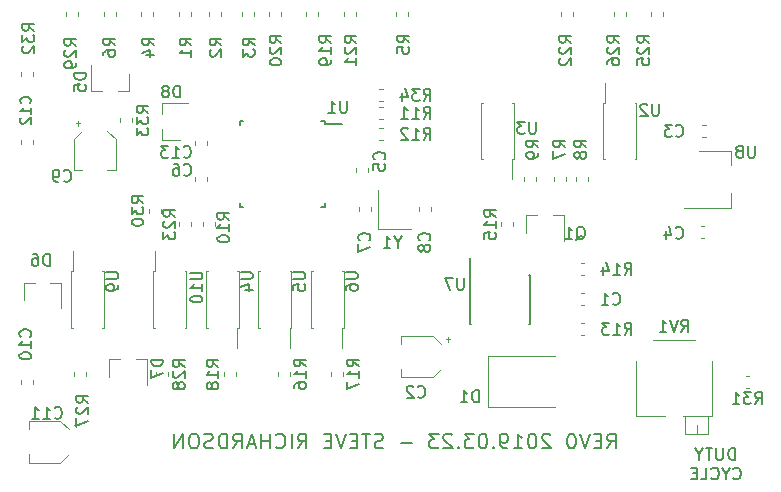
<source format=gbr>
G04 #@! TF.GenerationSoftware,KiCad,Pcbnew,(5.1.0)-1*
G04 #@! TF.CreationDate,2019-03-23T10:05:58-04:00*
G04 #@! TF.ProjectId,doorbot,646f6f72-626f-4742-9e6b-696361645f70,rev?*
G04 #@! TF.SameCoordinates,Original*
G04 #@! TF.FileFunction,Legend,Bot*
G04 #@! TF.FilePolarity,Positive*
%FSLAX46Y46*%
G04 Gerber Fmt 4.6, Leading zero omitted, Abs format (unit mm)*
G04 Created by KiCad (PCBNEW (5.1.0)-1) date 2019-03-23 10:05:58*
%MOMM*%
%LPD*%
G04 APERTURE LIST*
%ADD10C,0.150000*%
%ADD11C,0.120000*%
G04 APERTURE END LIST*
D10*
X156406190Y-107880476D02*
X156822857Y-107285238D01*
X157120476Y-107880476D02*
X157120476Y-106630476D01*
X156644285Y-106630476D01*
X156525238Y-106690000D01*
X156465714Y-106749523D01*
X156406190Y-106868571D01*
X156406190Y-107047142D01*
X156465714Y-107166190D01*
X156525238Y-107225714D01*
X156644285Y-107285238D01*
X157120476Y-107285238D01*
X155870476Y-107225714D02*
X155453809Y-107225714D01*
X155275238Y-107880476D02*
X155870476Y-107880476D01*
X155870476Y-106630476D01*
X155275238Y-106630476D01*
X154918095Y-106630476D02*
X154501428Y-107880476D01*
X154084761Y-106630476D01*
X153430000Y-106630476D02*
X153310952Y-106630476D01*
X153191904Y-106690000D01*
X153132380Y-106749523D01*
X153072857Y-106868571D01*
X153013333Y-107106666D01*
X153013333Y-107404285D01*
X153072857Y-107642380D01*
X153132380Y-107761428D01*
X153191904Y-107820952D01*
X153310952Y-107880476D01*
X153430000Y-107880476D01*
X153549047Y-107820952D01*
X153608571Y-107761428D01*
X153668095Y-107642380D01*
X153727619Y-107404285D01*
X153727619Y-107106666D01*
X153668095Y-106868571D01*
X153608571Y-106749523D01*
X153549047Y-106690000D01*
X153430000Y-106630476D01*
X151584761Y-106749523D02*
X151525238Y-106690000D01*
X151406190Y-106630476D01*
X151108571Y-106630476D01*
X150989523Y-106690000D01*
X150930000Y-106749523D01*
X150870476Y-106868571D01*
X150870476Y-106987619D01*
X150930000Y-107166190D01*
X151644285Y-107880476D01*
X150870476Y-107880476D01*
X150096666Y-106630476D02*
X149977619Y-106630476D01*
X149858571Y-106690000D01*
X149799047Y-106749523D01*
X149739523Y-106868571D01*
X149680000Y-107106666D01*
X149680000Y-107404285D01*
X149739523Y-107642380D01*
X149799047Y-107761428D01*
X149858571Y-107820952D01*
X149977619Y-107880476D01*
X150096666Y-107880476D01*
X150215714Y-107820952D01*
X150275238Y-107761428D01*
X150334761Y-107642380D01*
X150394285Y-107404285D01*
X150394285Y-107106666D01*
X150334761Y-106868571D01*
X150275238Y-106749523D01*
X150215714Y-106690000D01*
X150096666Y-106630476D01*
X148489523Y-107880476D02*
X149203809Y-107880476D01*
X148846666Y-107880476D02*
X148846666Y-106630476D01*
X148965714Y-106809047D01*
X149084761Y-106928095D01*
X149203809Y-106987619D01*
X147894285Y-107880476D02*
X147656190Y-107880476D01*
X147537142Y-107820952D01*
X147477619Y-107761428D01*
X147358571Y-107582857D01*
X147299047Y-107344761D01*
X147299047Y-106868571D01*
X147358571Y-106749523D01*
X147418095Y-106690000D01*
X147537142Y-106630476D01*
X147775238Y-106630476D01*
X147894285Y-106690000D01*
X147953809Y-106749523D01*
X148013333Y-106868571D01*
X148013333Y-107166190D01*
X147953809Y-107285238D01*
X147894285Y-107344761D01*
X147775238Y-107404285D01*
X147537142Y-107404285D01*
X147418095Y-107344761D01*
X147358571Y-107285238D01*
X147299047Y-107166190D01*
X146763333Y-107761428D02*
X146703809Y-107820952D01*
X146763333Y-107880476D01*
X146822857Y-107820952D01*
X146763333Y-107761428D01*
X146763333Y-107880476D01*
X145930000Y-106630476D02*
X145810952Y-106630476D01*
X145691904Y-106690000D01*
X145632380Y-106749523D01*
X145572857Y-106868571D01*
X145513333Y-107106666D01*
X145513333Y-107404285D01*
X145572857Y-107642380D01*
X145632380Y-107761428D01*
X145691904Y-107820952D01*
X145810952Y-107880476D01*
X145930000Y-107880476D01*
X146049047Y-107820952D01*
X146108571Y-107761428D01*
X146168095Y-107642380D01*
X146227619Y-107404285D01*
X146227619Y-107106666D01*
X146168095Y-106868571D01*
X146108571Y-106749523D01*
X146049047Y-106690000D01*
X145930000Y-106630476D01*
X145096666Y-106630476D02*
X144322857Y-106630476D01*
X144739523Y-107106666D01*
X144560952Y-107106666D01*
X144441904Y-107166190D01*
X144382380Y-107225714D01*
X144322857Y-107344761D01*
X144322857Y-107642380D01*
X144382380Y-107761428D01*
X144441904Y-107820952D01*
X144560952Y-107880476D01*
X144918095Y-107880476D01*
X145037142Y-107820952D01*
X145096666Y-107761428D01*
X143787142Y-107761428D02*
X143727619Y-107820952D01*
X143787142Y-107880476D01*
X143846666Y-107820952D01*
X143787142Y-107761428D01*
X143787142Y-107880476D01*
X143251428Y-106749523D02*
X143191904Y-106690000D01*
X143072857Y-106630476D01*
X142775238Y-106630476D01*
X142656190Y-106690000D01*
X142596666Y-106749523D01*
X142537142Y-106868571D01*
X142537142Y-106987619D01*
X142596666Y-107166190D01*
X143310952Y-107880476D01*
X142537142Y-107880476D01*
X142120476Y-106630476D02*
X141346666Y-106630476D01*
X141763333Y-107106666D01*
X141584761Y-107106666D01*
X141465714Y-107166190D01*
X141406190Y-107225714D01*
X141346666Y-107344761D01*
X141346666Y-107642380D01*
X141406190Y-107761428D01*
X141465714Y-107820952D01*
X141584761Y-107880476D01*
X141941904Y-107880476D01*
X142060952Y-107820952D01*
X142120476Y-107761428D01*
X139858571Y-107404285D02*
X138906190Y-107404285D01*
X137418095Y-107820952D02*
X137239523Y-107880476D01*
X136941904Y-107880476D01*
X136822857Y-107820952D01*
X136763333Y-107761428D01*
X136703809Y-107642380D01*
X136703809Y-107523333D01*
X136763333Y-107404285D01*
X136822857Y-107344761D01*
X136941904Y-107285238D01*
X137180000Y-107225714D01*
X137299047Y-107166190D01*
X137358571Y-107106666D01*
X137418095Y-106987619D01*
X137418095Y-106868571D01*
X137358571Y-106749523D01*
X137299047Y-106690000D01*
X137180000Y-106630476D01*
X136882380Y-106630476D01*
X136703809Y-106690000D01*
X136346666Y-106630476D02*
X135632380Y-106630476D01*
X135989523Y-107880476D02*
X135989523Y-106630476D01*
X135215714Y-107225714D02*
X134799047Y-107225714D01*
X134620476Y-107880476D02*
X135215714Y-107880476D01*
X135215714Y-106630476D01*
X134620476Y-106630476D01*
X134263333Y-106630476D02*
X133846666Y-107880476D01*
X133430000Y-106630476D01*
X133013333Y-107225714D02*
X132596666Y-107225714D01*
X132418095Y-107880476D02*
X133013333Y-107880476D01*
X133013333Y-106630476D01*
X132418095Y-106630476D01*
X130215714Y-107880476D02*
X130632380Y-107285238D01*
X130930000Y-107880476D02*
X130930000Y-106630476D01*
X130453809Y-106630476D01*
X130334761Y-106690000D01*
X130275238Y-106749523D01*
X130215714Y-106868571D01*
X130215714Y-107047142D01*
X130275238Y-107166190D01*
X130334761Y-107225714D01*
X130453809Y-107285238D01*
X130930000Y-107285238D01*
X129680000Y-107880476D02*
X129680000Y-106630476D01*
X128370476Y-107761428D02*
X128430000Y-107820952D01*
X128608571Y-107880476D01*
X128727619Y-107880476D01*
X128906190Y-107820952D01*
X129025238Y-107701904D01*
X129084761Y-107582857D01*
X129144285Y-107344761D01*
X129144285Y-107166190D01*
X129084761Y-106928095D01*
X129025238Y-106809047D01*
X128906190Y-106690000D01*
X128727619Y-106630476D01*
X128608571Y-106630476D01*
X128430000Y-106690000D01*
X128370476Y-106749523D01*
X127834761Y-107880476D02*
X127834761Y-106630476D01*
X127834761Y-107225714D02*
X127120476Y-107225714D01*
X127120476Y-107880476D02*
X127120476Y-106630476D01*
X126584761Y-107523333D02*
X125989523Y-107523333D01*
X126703809Y-107880476D02*
X126287142Y-106630476D01*
X125870476Y-107880476D01*
X124739523Y-107880476D02*
X125156190Y-107285238D01*
X125453809Y-107880476D02*
X125453809Y-106630476D01*
X124977619Y-106630476D01*
X124858571Y-106690000D01*
X124799047Y-106749523D01*
X124739523Y-106868571D01*
X124739523Y-107047142D01*
X124799047Y-107166190D01*
X124858571Y-107225714D01*
X124977619Y-107285238D01*
X125453809Y-107285238D01*
X124203809Y-107880476D02*
X124203809Y-106630476D01*
X123906190Y-106630476D01*
X123727619Y-106690000D01*
X123608571Y-106809047D01*
X123549047Y-106928095D01*
X123489523Y-107166190D01*
X123489523Y-107344761D01*
X123549047Y-107582857D01*
X123608571Y-107701904D01*
X123727619Y-107820952D01*
X123906190Y-107880476D01*
X124203809Y-107880476D01*
X123013333Y-107820952D02*
X122834761Y-107880476D01*
X122537142Y-107880476D01*
X122418095Y-107820952D01*
X122358571Y-107761428D01*
X122299047Y-107642380D01*
X122299047Y-107523333D01*
X122358571Y-107404285D01*
X122418095Y-107344761D01*
X122537142Y-107285238D01*
X122775238Y-107225714D01*
X122894285Y-107166190D01*
X122953809Y-107106666D01*
X123013333Y-106987619D01*
X123013333Y-106868571D01*
X122953809Y-106749523D01*
X122894285Y-106690000D01*
X122775238Y-106630476D01*
X122477619Y-106630476D01*
X122299047Y-106690000D01*
X121525238Y-106630476D02*
X121287142Y-106630476D01*
X121168095Y-106690000D01*
X121049047Y-106809047D01*
X120989523Y-107047142D01*
X120989523Y-107463809D01*
X121049047Y-107701904D01*
X121168095Y-107820952D01*
X121287142Y-107880476D01*
X121525238Y-107880476D01*
X121644285Y-107820952D01*
X121763333Y-107701904D01*
X121822857Y-107463809D01*
X121822857Y-107047142D01*
X121763333Y-106809047D01*
X121644285Y-106690000D01*
X121525238Y-106630476D01*
X120453809Y-107880476D02*
X120453809Y-106630476D01*
X119739523Y-107880476D01*
X119739523Y-106630476D01*
X167203238Y-108847380D02*
X167203238Y-107847380D01*
X166965142Y-107847380D01*
X166822285Y-107895000D01*
X166727047Y-107990238D01*
X166679428Y-108085476D01*
X166631809Y-108275952D01*
X166631809Y-108418809D01*
X166679428Y-108609285D01*
X166727047Y-108704523D01*
X166822285Y-108799761D01*
X166965142Y-108847380D01*
X167203238Y-108847380D01*
X166203238Y-107847380D02*
X166203238Y-108656904D01*
X166155619Y-108752142D01*
X166108000Y-108799761D01*
X166012761Y-108847380D01*
X165822285Y-108847380D01*
X165727047Y-108799761D01*
X165679428Y-108752142D01*
X165631809Y-108656904D01*
X165631809Y-107847380D01*
X165298476Y-107847380D02*
X164727047Y-107847380D01*
X165012761Y-108847380D02*
X165012761Y-107847380D01*
X164203238Y-108371190D02*
X164203238Y-108847380D01*
X164536571Y-107847380D02*
X164203238Y-108371190D01*
X163869904Y-107847380D01*
X167084190Y-110402142D02*
X167131809Y-110449761D01*
X167274666Y-110497380D01*
X167369904Y-110497380D01*
X167512761Y-110449761D01*
X167608000Y-110354523D01*
X167655619Y-110259285D01*
X167703238Y-110068809D01*
X167703238Y-109925952D01*
X167655619Y-109735476D01*
X167608000Y-109640238D01*
X167512761Y-109545000D01*
X167369904Y-109497380D01*
X167274666Y-109497380D01*
X167131809Y-109545000D01*
X167084190Y-109592619D01*
X166465142Y-110021190D02*
X166465142Y-110497380D01*
X166798476Y-109497380D02*
X166465142Y-110021190D01*
X166131809Y-109497380D01*
X165227047Y-110402142D02*
X165274666Y-110449761D01*
X165417523Y-110497380D01*
X165512761Y-110497380D01*
X165655619Y-110449761D01*
X165750857Y-110354523D01*
X165798476Y-110259285D01*
X165846095Y-110068809D01*
X165846095Y-109925952D01*
X165798476Y-109735476D01*
X165750857Y-109640238D01*
X165655619Y-109545000D01*
X165512761Y-109497380D01*
X165417523Y-109497380D01*
X165274666Y-109545000D01*
X165227047Y-109592619D01*
X164322285Y-110497380D02*
X164798476Y-110497380D01*
X164798476Y-109497380D01*
X163988952Y-109973571D02*
X163655619Y-109973571D01*
X163512761Y-110497380D02*
X163988952Y-110497380D01*
X163988952Y-109497380D01*
X163512761Y-109497380D01*
D11*
X122530000Y-81879221D02*
X122530000Y-82204779D01*
X121510000Y-81879221D02*
X121510000Y-82204779D01*
X111407500Y-105692500D02*
X111407500Y-106067500D01*
X111595000Y-105880000D02*
X111220000Y-105880000D01*
X110790563Y-108375000D02*
X110090563Y-109075000D01*
X110790563Y-106255000D02*
X110090563Y-105555000D01*
X110090563Y-109075000D02*
X107460000Y-109075000D01*
X110090563Y-105555000D02*
X107460000Y-105555000D01*
X107460000Y-105555000D02*
X107460000Y-106255000D01*
X107460000Y-109075000D02*
X107460000Y-108375000D01*
X111407500Y-80362500D02*
X111782500Y-80362500D01*
X111595000Y-80175000D02*
X111595000Y-80550000D01*
X114090000Y-80979437D02*
X114790000Y-81679437D01*
X111970000Y-80979437D02*
X111270000Y-81679437D01*
X114790000Y-81679437D02*
X114790000Y-84310000D01*
X111270000Y-81679437D02*
X111270000Y-84310000D01*
X111270000Y-84310000D02*
X111970000Y-84310000D01*
X114790000Y-84310000D02*
X114090000Y-84310000D01*
X142927500Y-98453500D02*
X142927500Y-98828500D01*
X143115000Y-98641000D02*
X142740000Y-98641000D01*
X142310563Y-101136000D02*
X141610563Y-101836000D01*
X142310563Y-99016000D02*
X141610563Y-98316000D01*
X141610563Y-101836000D02*
X138980000Y-101836000D01*
X141610563Y-98316000D02*
X138980000Y-98316000D01*
X138980000Y-98316000D02*
X138980000Y-99016000D01*
X138980000Y-101836000D02*
X138980000Y-101136000D01*
X118130000Y-92850000D02*
X118130000Y-91150000D01*
X120630000Y-97650000D02*
X120780000Y-97650000D01*
X120780000Y-97650000D02*
X120780000Y-92850000D01*
X120780000Y-92850000D02*
X120630000Y-92850000D01*
X118130000Y-92850000D02*
X117980000Y-92850000D01*
X117980000Y-92850000D02*
X117980000Y-97650000D01*
X117980000Y-97650000D02*
X118130000Y-97650000D01*
X111145000Y-92850000D02*
X111145000Y-91150000D01*
X113645000Y-97650000D02*
X113795000Y-97650000D01*
X113795000Y-97650000D02*
X113795000Y-92850000D01*
X113795000Y-92850000D02*
X113645000Y-92850000D01*
X111145000Y-92850000D02*
X110995000Y-92850000D01*
X110995000Y-92850000D02*
X110995000Y-97650000D01*
X110995000Y-97650000D02*
X111145000Y-97650000D01*
X133965000Y-97650000D02*
X133965000Y-99350000D01*
X131465000Y-92850000D02*
X131315000Y-92850000D01*
X131315000Y-92850000D02*
X131315000Y-97650000D01*
X131315000Y-97650000D02*
X131465000Y-97650000D01*
X133965000Y-97650000D02*
X134115000Y-97650000D01*
X134115000Y-97650000D02*
X134115000Y-92850000D01*
X134115000Y-92850000D02*
X133965000Y-92850000D01*
X129520000Y-97650000D02*
X129520000Y-99350000D01*
X127020000Y-92850000D02*
X126870000Y-92850000D01*
X126870000Y-92850000D02*
X126870000Y-97650000D01*
X126870000Y-97650000D02*
X127020000Y-97650000D01*
X129520000Y-97650000D02*
X129670000Y-97650000D01*
X129670000Y-97650000D02*
X129670000Y-92850000D01*
X129670000Y-92850000D02*
X129520000Y-92850000D01*
X125075000Y-97650000D02*
X125075000Y-99350000D01*
X122575000Y-92850000D02*
X122425000Y-92850000D01*
X122425000Y-92850000D02*
X122425000Y-97650000D01*
X122425000Y-97650000D02*
X122575000Y-97650000D01*
X125075000Y-97650000D02*
X125225000Y-97650000D01*
X125225000Y-97650000D02*
X125225000Y-92850000D01*
X125225000Y-92850000D02*
X125075000Y-92850000D01*
X148345000Y-83400000D02*
X148345000Y-85100000D01*
X145845000Y-78600000D02*
X145695000Y-78600000D01*
X145695000Y-78600000D02*
X145695000Y-83400000D01*
X145695000Y-83400000D02*
X145845000Y-83400000D01*
X148345000Y-83400000D02*
X148495000Y-83400000D01*
X148495000Y-83400000D02*
X148495000Y-78600000D01*
X148495000Y-78600000D02*
X148345000Y-78600000D01*
X156230000Y-78600000D02*
X156230000Y-76900000D01*
X158730000Y-83400000D02*
X158880000Y-83400000D01*
X158880000Y-83400000D02*
X158880000Y-78600000D01*
X158880000Y-78600000D02*
X158730000Y-78600000D01*
X156230000Y-78600000D02*
X156080000Y-78600000D01*
X156080000Y-78600000D02*
X156080000Y-83400000D01*
X156080000Y-83400000D02*
X156230000Y-83400000D01*
X137030000Y-89280000D02*
X137030000Y-85980000D01*
X139830000Y-89280000D02*
X137030000Y-89280000D01*
X118734409Y-81782190D02*
X120194409Y-81782190D01*
X118734409Y-78622190D02*
X120894409Y-78622190D01*
X118734409Y-78622190D02*
X118734409Y-79552190D01*
X118734409Y-81782190D02*
X118734409Y-80852190D01*
X114244000Y-100332000D02*
X114244000Y-101792000D01*
X117404000Y-100332000D02*
X117404000Y-102492000D01*
X117404000Y-100332000D02*
X116474000Y-100332000D01*
X114244000Y-100332000D02*
X115174000Y-100332000D01*
X107005000Y-93855000D02*
X107005000Y-95315000D01*
X110165000Y-93855000D02*
X110165000Y-96015000D01*
X110165000Y-93855000D02*
X109235000Y-93855000D01*
X107005000Y-93855000D02*
X107935000Y-93855000D01*
X115880000Y-77595000D02*
X115880000Y-76135000D01*
X112720000Y-77595000D02*
X112720000Y-75435000D01*
X112720000Y-77595000D02*
X113650000Y-77595000D01*
X115880000Y-77595000D02*
X114950000Y-77595000D01*
X107825000Y-81752221D02*
X107825000Y-82077779D01*
X106805000Y-81752221D02*
X106805000Y-82077779D01*
X107825000Y-102072221D02*
X107825000Y-102397779D01*
X106805000Y-102072221D02*
X106805000Y-102397779D01*
X141480000Y-87467221D02*
X141480000Y-87792779D01*
X140460000Y-87467221D02*
X140460000Y-87792779D01*
X135380000Y-87792779D02*
X135380000Y-87467221D01*
X136400000Y-87792779D02*
X136400000Y-87467221D01*
X121510000Y-85252779D02*
X121510000Y-84927221D01*
X122530000Y-85252779D02*
X122530000Y-84927221D01*
X136146000Y-84165221D02*
X136146000Y-84490779D01*
X135126000Y-84165221D02*
X135126000Y-84490779D01*
X164627779Y-90045000D02*
X164302221Y-90045000D01*
X164627779Y-89025000D02*
X164302221Y-89025000D01*
X164429221Y-80516000D02*
X164754779Y-80516000D01*
X164429221Y-81536000D02*
X164754779Y-81536000D01*
X115160000Y-80262779D02*
X115160000Y-79937221D01*
X116180000Y-80262779D02*
X116180000Y-79937221D01*
X106805000Y-76362779D02*
X106805000Y-76037221D01*
X107825000Y-76362779D02*
X107825000Y-76037221D01*
X168112221Y-101725000D02*
X168437779Y-101725000D01*
X168112221Y-102745000D02*
X168437779Y-102745000D01*
X118620000Y-87582221D02*
X118620000Y-87907779D01*
X117600000Y-87582221D02*
X117600000Y-87907779D01*
X111635000Y-70957221D02*
X111635000Y-71282779D01*
X110615000Y-70957221D02*
X110615000Y-71282779D01*
X118235000Y-101762779D02*
X118235000Y-101437221D01*
X119255000Y-101762779D02*
X119255000Y-101437221D01*
X111250000Y-101762779D02*
X111250000Y-101437221D01*
X112270000Y-101762779D02*
X112270000Y-101437221D01*
X156970000Y-71282779D02*
X156970000Y-70957221D01*
X157990000Y-71282779D02*
X157990000Y-70957221D01*
X160145000Y-71282779D02*
X160145000Y-70957221D01*
X161165000Y-71282779D02*
X161165000Y-70957221D01*
X120140000Y-89062779D02*
X120140000Y-88737221D01*
X121160000Y-89062779D02*
X121160000Y-88737221D01*
X153545000Y-70957221D02*
X153545000Y-71282779D01*
X152525000Y-70957221D02*
X152525000Y-71282779D01*
X135130000Y-70957221D02*
X135130000Y-71282779D01*
X134110000Y-70957221D02*
X134110000Y-71282779D01*
X128780000Y-70957221D02*
X128780000Y-71282779D01*
X127760000Y-70957221D02*
X127760000Y-71282779D01*
X131955000Y-70957221D02*
X131955000Y-71282779D01*
X130935000Y-70957221D02*
X130935000Y-71282779D01*
X124970000Y-101437221D02*
X124970000Y-101762779D01*
X123950000Y-101437221D02*
X123950000Y-101762779D01*
X132990000Y-101737279D02*
X132990000Y-101411721D01*
X134010000Y-101737279D02*
X134010000Y-101411721D01*
X128490000Y-101737279D02*
X128490000Y-101411721D01*
X129510000Y-101737279D02*
X129510000Y-101411721D01*
X148465000Y-88737221D02*
X148465000Y-89062779D01*
X147445000Y-88737221D02*
X147445000Y-89062779D01*
X154142221Y-92200000D02*
X154467779Y-92200000D01*
X154142221Y-93220000D02*
X154467779Y-93220000D01*
X154142221Y-97280000D02*
X154467779Y-97280000D01*
X154142221Y-98300000D02*
X154467779Y-98300000D01*
X137412779Y-81760000D02*
X137087221Y-81760000D01*
X137412779Y-80740000D02*
X137087221Y-80740000D01*
X137412779Y-80010000D02*
X137087221Y-80010000D01*
X137412779Y-78990000D02*
X137087221Y-78990000D01*
X123192000Y-88737221D02*
X123192000Y-89062779D01*
X122172000Y-88737221D02*
X122172000Y-89062779D01*
X149350000Y-85252779D02*
X149350000Y-84927221D01*
X150370000Y-85252779D02*
X150370000Y-84927221D01*
X153795000Y-85252779D02*
X153795000Y-84927221D01*
X154815000Y-85252779D02*
X154815000Y-84927221D01*
X151890000Y-85252779D02*
X151890000Y-84927221D01*
X152910000Y-85252779D02*
X152910000Y-84927221D01*
X113790000Y-71282779D02*
X113790000Y-70957221D01*
X114810000Y-71282779D02*
X114810000Y-70957221D01*
X139575000Y-70957221D02*
X139575000Y-71282779D01*
X138555000Y-70957221D02*
X138555000Y-71282779D01*
X116965000Y-71282779D02*
X116965000Y-70957221D01*
X117985000Y-71282779D02*
X117985000Y-70957221D01*
X126510000Y-70957221D02*
X126510000Y-71282779D01*
X125490000Y-70957221D02*
X125490000Y-71282779D01*
X123700000Y-70957221D02*
X123700000Y-71282779D01*
X122680000Y-70957221D02*
X122680000Y-71282779D01*
X121160000Y-70957221D02*
X121160000Y-71282779D01*
X120140000Y-70957221D02*
X120140000Y-71282779D01*
X137412779Y-78488000D02*
X137087221Y-78488000D01*
X137412779Y-77468000D02*
X137087221Y-77468000D01*
X166880000Y-83890000D02*
X166880000Y-82690000D01*
X166880000Y-82690000D02*
X164180000Y-82690000D01*
X162880000Y-87490000D02*
X166880000Y-87490000D01*
X166880000Y-87490000D02*
X166880000Y-86290000D01*
D10*
X144745000Y-93175000D02*
X144795000Y-93175000D01*
X144745000Y-97325000D02*
X144890000Y-97325000D01*
X149895000Y-97325000D02*
X149750000Y-97325000D01*
X149895000Y-93175000D02*
X149750000Y-93175000D01*
X144745000Y-93175000D02*
X144745000Y-97325000D01*
X149895000Y-93175000D02*
X149895000Y-97325000D01*
X144795000Y-93175000D02*
X144795000Y-91775000D01*
D11*
X165282000Y-105144000D02*
X165282000Y-100484000D01*
X158822000Y-105144000D02*
X158822000Y-100484000D01*
X165282000Y-105144000D02*
X162832000Y-105144000D01*
X161272000Y-105144000D02*
X158822000Y-105144000D01*
X163812000Y-98674000D02*
X160292000Y-98674000D01*
X164902000Y-106664000D02*
X164902000Y-105144000D01*
X163002000Y-106664000D02*
X163002000Y-105144000D01*
X164902000Y-106664000D02*
X163002000Y-106664000D01*
X164902000Y-105144000D02*
X163002000Y-105144000D01*
X163962000Y-106664000D02*
X163962000Y-105894000D01*
X149550000Y-88140000D02*
X150480000Y-88140000D01*
X152710000Y-88140000D02*
X151780000Y-88140000D01*
X152710000Y-88140000D02*
X152710000Y-90300000D01*
X149550000Y-88140000D02*
X149550000Y-89600000D01*
X146310000Y-104385000D02*
X146310000Y-100085000D01*
X146310000Y-100085000D02*
X152010000Y-100085000D01*
X146310000Y-104385000D02*
X152010000Y-104385000D01*
X154142221Y-95760000D02*
X154467779Y-95760000D01*
X154142221Y-94740000D02*
X154467779Y-94740000D01*
D10*
X132530000Y-80195000D02*
X132530000Y-80420000D01*
X125280000Y-80195000D02*
X125280000Y-80520000D01*
X125280000Y-87445000D02*
X125280000Y-87120000D01*
X132530000Y-87445000D02*
X132530000Y-87120000D01*
X132530000Y-80195000D02*
X132205000Y-80195000D01*
X132530000Y-87445000D02*
X132205000Y-87445000D01*
X125280000Y-87445000D02*
X125605000Y-87445000D01*
X125280000Y-80195000D02*
X125605000Y-80195000D01*
X132530000Y-80420000D02*
X133955000Y-80420000D01*
X120530857Y-83161142D02*
X120578476Y-83208761D01*
X120721333Y-83256380D01*
X120816571Y-83256380D01*
X120959428Y-83208761D01*
X121054666Y-83113523D01*
X121102285Y-83018285D01*
X121149904Y-82827809D01*
X121149904Y-82684952D01*
X121102285Y-82494476D01*
X121054666Y-82399238D01*
X120959428Y-82304000D01*
X120816571Y-82256380D01*
X120721333Y-82256380D01*
X120578476Y-82304000D01*
X120530857Y-82351619D01*
X119578476Y-83256380D02*
X120149904Y-83256380D01*
X119864190Y-83256380D02*
X119864190Y-82256380D01*
X119959428Y-82399238D01*
X120054666Y-82494476D01*
X120149904Y-82542095D01*
X119245142Y-82256380D02*
X118626095Y-82256380D01*
X118959428Y-82637333D01*
X118816571Y-82637333D01*
X118721333Y-82684952D01*
X118673714Y-82732571D01*
X118626095Y-82827809D01*
X118626095Y-83065904D01*
X118673714Y-83161142D01*
X118721333Y-83208761D01*
X118816571Y-83256380D01*
X119102285Y-83256380D01*
X119197523Y-83208761D01*
X119245142Y-83161142D01*
X109608857Y-105259142D02*
X109656476Y-105306761D01*
X109799333Y-105354380D01*
X109894571Y-105354380D01*
X110037428Y-105306761D01*
X110132666Y-105211523D01*
X110180285Y-105116285D01*
X110227904Y-104925809D01*
X110227904Y-104782952D01*
X110180285Y-104592476D01*
X110132666Y-104497238D01*
X110037428Y-104402000D01*
X109894571Y-104354380D01*
X109799333Y-104354380D01*
X109656476Y-104402000D01*
X109608857Y-104449619D01*
X108656476Y-105354380D02*
X109227904Y-105354380D01*
X108942190Y-105354380D02*
X108942190Y-104354380D01*
X109037428Y-104497238D01*
X109132666Y-104592476D01*
X109227904Y-104640095D01*
X107704095Y-105354380D02*
X108275523Y-105354380D01*
X107989809Y-105354380D02*
X107989809Y-104354380D01*
X108085047Y-104497238D01*
X108180285Y-104592476D01*
X108275523Y-104640095D01*
X110402666Y-85193142D02*
X110450285Y-85240761D01*
X110593142Y-85288380D01*
X110688380Y-85288380D01*
X110831238Y-85240761D01*
X110926476Y-85145523D01*
X110974095Y-85050285D01*
X111021714Y-84859809D01*
X111021714Y-84716952D01*
X110974095Y-84526476D01*
X110926476Y-84431238D01*
X110831238Y-84336000D01*
X110688380Y-84288380D01*
X110593142Y-84288380D01*
X110450285Y-84336000D01*
X110402666Y-84383619D01*
X109926476Y-85288380D02*
X109736000Y-85288380D01*
X109640761Y-85240761D01*
X109593142Y-85193142D01*
X109497904Y-85050285D01*
X109450285Y-84859809D01*
X109450285Y-84478857D01*
X109497904Y-84383619D01*
X109545523Y-84336000D01*
X109640761Y-84288380D01*
X109831238Y-84288380D01*
X109926476Y-84336000D01*
X109974095Y-84383619D01*
X110021714Y-84478857D01*
X110021714Y-84716952D01*
X109974095Y-84812190D01*
X109926476Y-84859809D01*
X109831238Y-84907428D01*
X109640761Y-84907428D01*
X109545523Y-84859809D01*
X109497904Y-84812190D01*
X109450285Y-84716952D01*
X140374666Y-103481142D02*
X140422285Y-103528761D01*
X140565142Y-103576380D01*
X140660380Y-103576380D01*
X140803238Y-103528761D01*
X140898476Y-103433523D01*
X140946095Y-103338285D01*
X140993714Y-103147809D01*
X140993714Y-103004952D01*
X140946095Y-102814476D01*
X140898476Y-102719238D01*
X140803238Y-102624000D01*
X140660380Y-102576380D01*
X140565142Y-102576380D01*
X140422285Y-102624000D01*
X140374666Y-102671619D01*
X139993714Y-102671619D02*
X139946095Y-102624000D01*
X139850857Y-102576380D01*
X139612761Y-102576380D01*
X139517523Y-102624000D01*
X139469904Y-102671619D01*
X139422285Y-102766857D01*
X139422285Y-102862095D01*
X139469904Y-103004952D01*
X140041333Y-103576380D01*
X139422285Y-103576380D01*
X121118380Y-92995904D02*
X121927904Y-92995904D01*
X122023142Y-93043523D01*
X122070761Y-93091142D01*
X122118380Y-93186380D01*
X122118380Y-93376857D01*
X122070761Y-93472095D01*
X122023142Y-93519714D01*
X121927904Y-93567333D01*
X121118380Y-93567333D01*
X122118380Y-94567333D02*
X122118380Y-93995904D01*
X122118380Y-94281619D02*
X121118380Y-94281619D01*
X121261238Y-94186380D01*
X121356476Y-94091142D01*
X121404095Y-93995904D01*
X121118380Y-95186380D02*
X121118380Y-95281619D01*
X121166000Y-95376857D01*
X121213619Y-95424476D01*
X121308857Y-95472095D01*
X121499333Y-95519714D01*
X121737428Y-95519714D01*
X121927904Y-95472095D01*
X122023142Y-95424476D01*
X122070761Y-95376857D01*
X122118380Y-95281619D01*
X122118380Y-95186380D01*
X122070761Y-95091142D01*
X122023142Y-95043523D01*
X121927904Y-94995904D01*
X121737428Y-94948285D01*
X121499333Y-94948285D01*
X121308857Y-94995904D01*
X121213619Y-95043523D01*
X121166000Y-95091142D01*
X121118380Y-95186380D01*
X114006380Y-92964095D02*
X114815904Y-92964095D01*
X114911142Y-93011714D01*
X114958761Y-93059333D01*
X115006380Y-93154571D01*
X115006380Y-93345047D01*
X114958761Y-93440285D01*
X114911142Y-93487904D01*
X114815904Y-93535523D01*
X114006380Y-93535523D01*
X115006380Y-94059333D02*
X115006380Y-94249809D01*
X114958761Y-94345047D01*
X114911142Y-94392666D01*
X114768285Y-94487904D01*
X114577809Y-94535523D01*
X114196857Y-94535523D01*
X114101619Y-94487904D01*
X114054000Y-94440285D01*
X114006380Y-94345047D01*
X114006380Y-94154571D01*
X114054000Y-94059333D01*
X114101619Y-94011714D01*
X114196857Y-93964095D01*
X114434952Y-93964095D01*
X114530190Y-94011714D01*
X114577809Y-94059333D01*
X114625428Y-94154571D01*
X114625428Y-94345047D01*
X114577809Y-94440285D01*
X114530190Y-94487904D01*
X114434952Y-94535523D01*
X134267380Y-92964095D02*
X135076904Y-92964095D01*
X135172142Y-93011714D01*
X135219761Y-93059333D01*
X135267380Y-93154571D01*
X135267380Y-93345047D01*
X135219761Y-93440285D01*
X135172142Y-93487904D01*
X135076904Y-93535523D01*
X134267380Y-93535523D01*
X134267380Y-94440285D02*
X134267380Y-94249809D01*
X134315000Y-94154571D01*
X134362619Y-94106952D01*
X134505476Y-94011714D01*
X134695952Y-93964095D01*
X135076904Y-93964095D01*
X135172142Y-94011714D01*
X135219761Y-94059333D01*
X135267380Y-94154571D01*
X135267380Y-94345047D01*
X135219761Y-94440285D01*
X135172142Y-94487904D01*
X135076904Y-94535523D01*
X134838809Y-94535523D01*
X134743571Y-94487904D01*
X134695952Y-94440285D01*
X134648333Y-94345047D01*
X134648333Y-94154571D01*
X134695952Y-94059333D01*
X134743571Y-94011714D01*
X134838809Y-93964095D01*
X129822380Y-92964095D02*
X130631904Y-92964095D01*
X130727142Y-93011714D01*
X130774761Y-93059333D01*
X130822380Y-93154571D01*
X130822380Y-93345047D01*
X130774761Y-93440285D01*
X130727142Y-93487904D01*
X130631904Y-93535523D01*
X129822380Y-93535523D01*
X129822380Y-94487904D02*
X129822380Y-94011714D01*
X130298571Y-93964095D01*
X130250952Y-94011714D01*
X130203333Y-94106952D01*
X130203333Y-94345047D01*
X130250952Y-94440285D01*
X130298571Y-94487904D01*
X130393809Y-94535523D01*
X130631904Y-94535523D01*
X130727142Y-94487904D01*
X130774761Y-94440285D01*
X130822380Y-94345047D01*
X130822380Y-94106952D01*
X130774761Y-94011714D01*
X130727142Y-93964095D01*
X125377380Y-92964095D02*
X126186904Y-92964095D01*
X126282142Y-93011714D01*
X126329761Y-93059333D01*
X126377380Y-93154571D01*
X126377380Y-93345047D01*
X126329761Y-93440285D01*
X126282142Y-93487904D01*
X126186904Y-93535523D01*
X125377380Y-93535523D01*
X125710714Y-94440285D02*
X126377380Y-94440285D01*
X125329761Y-94202190D02*
X126044047Y-93964095D01*
X126044047Y-94583142D01*
X150367904Y-80224380D02*
X150367904Y-81033904D01*
X150320285Y-81129142D01*
X150272666Y-81176761D01*
X150177428Y-81224380D01*
X149986952Y-81224380D01*
X149891714Y-81176761D01*
X149844095Y-81129142D01*
X149796476Y-81033904D01*
X149796476Y-80224380D01*
X149415523Y-80224380D02*
X148796476Y-80224380D01*
X149129809Y-80605333D01*
X148986952Y-80605333D01*
X148891714Y-80652952D01*
X148844095Y-80700571D01*
X148796476Y-80795809D01*
X148796476Y-81033904D01*
X148844095Y-81129142D01*
X148891714Y-81176761D01*
X148986952Y-81224380D01*
X149272666Y-81224380D01*
X149367904Y-81176761D01*
X149415523Y-81129142D01*
X160781904Y-78700380D02*
X160781904Y-79509904D01*
X160734285Y-79605142D01*
X160686666Y-79652761D01*
X160591428Y-79700380D01*
X160400952Y-79700380D01*
X160305714Y-79652761D01*
X160258095Y-79605142D01*
X160210476Y-79509904D01*
X160210476Y-78700380D01*
X159781904Y-78795619D02*
X159734285Y-78748000D01*
X159639047Y-78700380D01*
X159400952Y-78700380D01*
X159305714Y-78748000D01*
X159258095Y-78795619D01*
X159210476Y-78890857D01*
X159210476Y-78986095D01*
X159258095Y-79128952D01*
X159829523Y-79700380D01*
X159210476Y-79700380D01*
X138652190Y-90400190D02*
X138652190Y-90876380D01*
X138985523Y-89876380D02*
X138652190Y-90400190D01*
X138318857Y-89876380D01*
X137461714Y-90876380D02*
X138033142Y-90876380D01*
X137747428Y-90876380D02*
X137747428Y-89876380D01*
X137842666Y-90019238D01*
X137937904Y-90114476D01*
X138033142Y-90162095D01*
X120232504Y-78154570D02*
X120232504Y-77154570D01*
X119994409Y-77154570D01*
X119851551Y-77202190D01*
X119756313Y-77297428D01*
X119708694Y-77392666D01*
X119661075Y-77583142D01*
X119661075Y-77725999D01*
X119708694Y-77916475D01*
X119756313Y-78011713D01*
X119851551Y-78106951D01*
X119994409Y-78154570D01*
X120232504Y-78154570D01*
X119089647Y-77583142D02*
X119184885Y-77535523D01*
X119232504Y-77487904D01*
X119280123Y-77392666D01*
X119280123Y-77345047D01*
X119232504Y-77249809D01*
X119184885Y-77202190D01*
X119089647Y-77154570D01*
X118899170Y-77154570D01*
X118803932Y-77202190D01*
X118756313Y-77249809D01*
X118708694Y-77345047D01*
X118708694Y-77392666D01*
X118756313Y-77487904D01*
X118803932Y-77535523D01*
X118899170Y-77583142D01*
X119089647Y-77583142D01*
X119184885Y-77630761D01*
X119232504Y-77678380D01*
X119280123Y-77773618D01*
X119280123Y-77964094D01*
X119232504Y-78059332D01*
X119184885Y-78106951D01*
X119089647Y-78154570D01*
X118899170Y-78154570D01*
X118803932Y-78106951D01*
X118756313Y-78059332D01*
X118708694Y-77964094D01*
X118708694Y-77773618D01*
X118756313Y-77678380D01*
X118803932Y-77630761D01*
X118899170Y-77583142D01*
X118776380Y-100353904D02*
X117776380Y-100353904D01*
X117776380Y-100592000D01*
X117824000Y-100734857D01*
X117919238Y-100830095D01*
X118014476Y-100877714D01*
X118204952Y-100925333D01*
X118347809Y-100925333D01*
X118538285Y-100877714D01*
X118633523Y-100830095D01*
X118728761Y-100734857D01*
X118776380Y-100592000D01*
X118776380Y-100353904D01*
X117776380Y-101258666D02*
X117776380Y-101925333D01*
X118776380Y-101496761D01*
X109196095Y-92400380D02*
X109196095Y-91400380D01*
X108958000Y-91400380D01*
X108815142Y-91448000D01*
X108719904Y-91543238D01*
X108672285Y-91638476D01*
X108624666Y-91828952D01*
X108624666Y-91971809D01*
X108672285Y-92162285D01*
X108719904Y-92257523D01*
X108815142Y-92352761D01*
X108958000Y-92400380D01*
X109196095Y-92400380D01*
X107767523Y-91400380D02*
X107958000Y-91400380D01*
X108053238Y-91448000D01*
X108100857Y-91495619D01*
X108196095Y-91638476D01*
X108243714Y-91828952D01*
X108243714Y-92209904D01*
X108196095Y-92305142D01*
X108148476Y-92352761D01*
X108053238Y-92400380D01*
X107862761Y-92400380D01*
X107767523Y-92352761D01*
X107719904Y-92305142D01*
X107672285Y-92209904D01*
X107672285Y-91971809D01*
X107719904Y-91876571D01*
X107767523Y-91828952D01*
X107862761Y-91781333D01*
X108053238Y-91781333D01*
X108148476Y-91828952D01*
X108196095Y-91876571D01*
X108243714Y-91971809D01*
X112252380Y-76096904D02*
X111252380Y-76096904D01*
X111252380Y-76335000D01*
X111300000Y-76477857D01*
X111395238Y-76573095D01*
X111490476Y-76620714D01*
X111680952Y-76668333D01*
X111823809Y-76668333D01*
X112014285Y-76620714D01*
X112109523Y-76573095D01*
X112204761Y-76477857D01*
X112252380Y-76335000D01*
X112252380Y-76096904D01*
X111252380Y-77573095D02*
X111252380Y-77096904D01*
X111728571Y-77049285D01*
X111680952Y-77096904D01*
X111633333Y-77192142D01*
X111633333Y-77430238D01*
X111680952Y-77525476D01*
X111728571Y-77573095D01*
X111823809Y-77620714D01*
X112061904Y-77620714D01*
X112157142Y-77573095D01*
X112204761Y-77525476D01*
X112252380Y-77430238D01*
X112252380Y-77192142D01*
X112204761Y-77096904D01*
X112157142Y-77049285D01*
X107509428Y-78669428D02*
X107552285Y-78626571D01*
X107595142Y-78498000D01*
X107595142Y-78412285D01*
X107552285Y-78283714D01*
X107466571Y-78198000D01*
X107380857Y-78155142D01*
X107209428Y-78112285D01*
X107080857Y-78112285D01*
X106909428Y-78155142D01*
X106823714Y-78198000D01*
X106738000Y-78283714D01*
X106695142Y-78412285D01*
X106695142Y-78498000D01*
X106738000Y-78626571D01*
X106780857Y-78669428D01*
X107595142Y-79526571D02*
X107595142Y-79012285D01*
X107595142Y-79269428D02*
X106695142Y-79269428D01*
X106823714Y-79183714D01*
X106909428Y-79098000D01*
X106952285Y-79012285D01*
X106780857Y-79869428D02*
X106738000Y-79912285D01*
X106695142Y-79998000D01*
X106695142Y-80212285D01*
X106738000Y-80298000D01*
X106780857Y-80340857D01*
X106866571Y-80383714D01*
X106952285Y-80383714D01*
X107080857Y-80340857D01*
X107595142Y-79826571D01*
X107595142Y-80383714D01*
X107545142Y-98417142D02*
X107592761Y-98369523D01*
X107640380Y-98226666D01*
X107640380Y-98131428D01*
X107592761Y-97988571D01*
X107497523Y-97893333D01*
X107402285Y-97845714D01*
X107211809Y-97798095D01*
X107068952Y-97798095D01*
X106878476Y-97845714D01*
X106783238Y-97893333D01*
X106688000Y-97988571D01*
X106640380Y-98131428D01*
X106640380Y-98226666D01*
X106688000Y-98369523D01*
X106735619Y-98417142D01*
X107640380Y-99369523D02*
X107640380Y-98798095D01*
X107640380Y-99083809D02*
X106640380Y-99083809D01*
X106783238Y-98988571D01*
X106878476Y-98893333D01*
X106926095Y-98798095D01*
X106640380Y-99988571D02*
X106640380Y-100083809D01*
X106688000Y-100179047D01*
X106735619Y-100226666D01*
X106830857Y-100274285D01*
X107021333Y-100321904D01*
X107259428Y-100321904D01*
X107449904Y-100274285D01*
X107545142Y-100226666D01*
X107592761Y-100179047D01*
X107640380Y-100083809D01*
X107640380Y-99988571D01*
X107592761Y-99893333D01*
X107545142Y-99845714D01*
X107449904Y-99798095D01*
X107259428Y-99750476D01*
X107021333Y-99750476D01*
X106830857Y-99798095D01*
X106735619Y-99845714D01*
X106688000Y-99893333D01*
X106640380Y-99988571D01*
X141327142Y-90257333D02*
X141374761Y-90209714D01*
X141422380Y-90066857D01*
X141422380Y-89971619D01*
X141374761Y-89828761D01*
X141279523Y-89733523D01*
X141184285Y-89685904D01*
X140993809Y-89638285D01*
X140850952Y-89638285D01*
X140660476Y-89685904D01*
X140565238Y-89733523D01*
X140470000Y-89828761D01*
X140422380Y-89971619D01*
X140422380Y-90066857D01*
X140470000Y-90209714D01*
X140517619Y-90257333D01*
X140850952Y-90828761D02*
X140803333Y-90733523D01*
X140755714Y-90685904D01*
X140660476Y-90638285D01*
X140612857Y-90638285D01*
X140517619Y-90685904D01*
X140470000Y-90733523D01*
X140422380Y-90828761D01*
X140422380Y-91019238D01*
X140470000Y-91114476D01*
X140517619Y-91162095D01*
X140612857Y-91209714D01*
X140660476Y-91209714D01*
X140755714Y-91162095D01*
X140803333Y-91114476D01*
X140850952Y-91019238D01*
X140850952Y-90828761D01*
X140898571Y-90733523D01*
X140946190Y-90685904D01*
X141041428Y-90638285D01*
X141231904Y-90638285D01*
X141327142Y-90685904D01*
X141374761Y-90733523D01*
X141422380Y-90828761D01*
X141422380Y-91019238D01*
X141374761Y-91114476D01*
X141327142Y-91162095D01*
X141231904Y-91209714D01*
X141041428Y-91209714D01*
X140946190Y-91162095D01*
X140898571Y-91114476D01*
X140850952Y-91019238D01*
X136247142Y-90257333D02*
X136294761Y-90209714D01*
X136342380Y-90066857D01*
X136342380Y-89971619D01*
X136294761Y-89828761D01*
X136199523Y-89733523D01*
X136104285Y-89685904D01*
X135913809Y-89638285D01*
X135770952Y-89638285D01*
X135580476Y-89685904D01*
X135485238Y-89733523D01*
X135390000Y-89828761D01*
X135342380Y-89971619D01*
X135342380Y-90066857D01*
X135390000Y-90209714D01*
X135437619Y-90257333D01*
X135342380Y-90590666D02*
X135342380Y-91257333D01*
X136342380Y-90828761D01*
X120562666Y-84685142D02*
X120610285Y-84732761D01*
X120753142Y-84780380D01*
X120848380Y-84780380D01*
X120991238Y-84732761D01*
X121086476Y-84637523D01*
X121134095Y-84542285D01*
X121181714Y-84351809D01*
X121181714Y-84208952D01*
X121134095Y-84018476D01*
X121086476Y-83923238D01*
X120991238Y-83828000D01*
X120848380Y-83780380D01*
X120753142Y-83780380D01*
X120610285Y-83828000D01*
X120562666Y-83875619D01*
X119705523Y-83780380D02*
X119896000Y-83780380D01*
X119991238Y-83828000D01*
X120038857Y-83875619D01*
X120134095Y-84018476D01*
X120181714Y-84208952D01*
X120181714Y-84589904D01*
X120134095Y-84685142D01*
X120086476Y-84732761D01*
X119991238Y-84780380D01*
X119800761Y-84780380D01*
X119705523Y-84732761D01*
X119657904Y-84685142D01*
X119610285Y-84589904D01*
X119610285Y-84351809D01*
X119657904Y-84256571D01*
X119705523Y-84208952D01*
X119800761Y-84161333D01*
X119991238Y-84161333D01*
X120086476Y-84208952D01*
X120134095Y-84256571D01*
X120181714Y-84351809D01*
X137517142Y-83399333D02*
X137564761Y-83351714D01*
X137612380Y-83208857D01*
X137612380Y-83113619D01*
X137564761Y-82970761D01*
X137469523Y-82875523D01*
X137374285Y-82827904D01*
X137183809Y-82780285D01*
X137040952Y-82780285D01*
X136850476Y-82827904D01*
X136755238Y-82875523D01*
X136660000Y-82970761D01*
X136612380Y-83113619D01*
X136612380Y-83208857D01*
X136660000Y-83351714D01*
X136707619Y-83399333D01*
X136612380Y-84304095D02*
X136612380Y-83827904D01*
X137088571Y-83780285D01*
X137040952Y-83827904D01*
X136993333Y-83923142D01*
X136993333Y-84161238D01*
X137040952Y-84256476D01*
X137088571Y-84304095D01*
X137183809Y-84351714D01*
X137421904Y-84351714D01*
X137517142Y-84304095D01*
X137564761Y-84256476D01*
X137612380Y-84161238D01*
X137612380Y-83923142D01*
X137564761Y-83827904D01*
X137517142Y-83780285D01*
X162218666Y-90019142D02*
X162266285Y-90066761D01*
X162409142Y-90114380D01*
X162504380Y-90114380D01*
X162647238Y-90066761D01*
X162742476Y-89971523D01*
X162790095Y-89876285D01*
X162837714Y-89685809D01*
X162837714Y-89542952D01*
X162790095Y-89352476D01*
X162742476Y-89257238D01*
X162647238Y-89162000D01*
X162504380Y-89114380D01*
X162409142Y-89114380D01*
X162266285Y-89162000D01*
X162218666Y-89209619D01*
X161361523Y-89447714D02*
X161361523Y-90114380D01*
X161599619Y-89066761D02*
X161837714Y-89781047D01*
X161218666Y-89781047D01*
X162218666Y-81383142D02*
X162266285Y-81430761D01*
X162409142Y-81478380D01*
X162504380Y-81478380D01*
X162647238Y-81430761D01*
X162742476Y-81335523D01*
X162790095Y-81240285D01*
X162837714Y-81049809D01*
X162837714Y-80906952D01*
X162790095Y-80716476D01*
X162742476Y-80621238D01*
X162647238Y-80526000D01*
X162504380Y-80478380D01*
X162409142Y-80478380D01*
X162266285Y-80526000D01*
X162218666Y-80573619D01*
X161885333Y-80478380D02*
X161266285Y-80478380D01*
X161599619Y-80859333D01*
X161456761Y-80859333D01*
X161361523Y-80906952D01*
X161313904Y-80954571D01*
X161266285Y-81049809D01*
X161266285Y-81287904D01*
X161313904Y-81383142D01*
X161361523Y-81430761D01*
X161456761Y-81478380D01*
X161742476Y-81478380D01*
X161837714Y-81430761D01*
X161885333Y-81383142D01*
X117552380Y-79457142D02*
X117076190Y-79123809D01*
X117552380Y-78885714D02*
X116552380Y-78885714D01*
X116552380Y-79266666D01*
X116600000Y-79361904D01*
X116647619Y-79409523D01*
X116742857Y-79457142D01*
X116885714Y-79457142D01*
X116980952Y-79409523D01*
X117028571Y-79361904D01*
X117076190Y-79266666D01*
X117076190Y-78885714D01*
X116552380Y-79790476D02*
X116552380Y-80409523D01*
X116933333Y-80076190D01*
X116933333Y-80219047D01*
X116980952Y-80314285D01*
X117028571Y-80361904D01*
X117123809Y-80409523D01*
X117361904Y-80409523D01*
X117457142Y-80361904D01*
X117504761Y-80314285D01*
X117552380Y-80219047D01*
X117552380Y-79933333D01*
X117504761Y-79838095D01*
X117457142Y-79790476D01*
X116552380Y-80742857D02*
X116552380Y-81361904D01*
X116933333Y-81028571D01*
X116933333Y-81171428D01*
X116980952Y-81266666D01*
X117028571Y-81314285D01*
X117123809Y-81361904D01*
X117361904Y-81361904D01*
X117457142Y-81314285D01*
X117504761Y-81266666D01*
X117552380Y-81171428D01*
X117552380Y-80885714D01*
X117504761Y-80790476D01*
X117457142Y-80742857D01*
X107894380Y-72509142D02*
X107418190Y-72175809D01*
X107894380Y-71937714D02*
X106894380Y-71937714D01*
X106894380Y-72318666D01*
X106942000Y-72413904D01*
X106989619Y-72461523D01*
X107084857Y-72509142D01*
X107227714Y-72509142D01*
X107322952Y-72461523D01*
X107370571Y-72413904D01*
X107418190Y-72318666D01*
X107418190Y-71937714D01*
X106894380Y-72842476D02*
X106894380Y-73461523D01*
X107275333Y-73128190D01*
X107275333Y-73271047D01*
X107322952Y-73366285D01*
X107370571Y-73413904D01*
X107465809Y-73461523D01*
X107703904Y-73461523D01*
X107799142Y-73413904D01*
X107846761Y-73366285D01*
X107894380Y-73271047D01*
X107894380Y-72985333D01*
X107846761Y-72890095D01*
X107799142Y-72842476D01*
X106989619Y-73842476D02*
X106942000Y-73890095D01*
X106894380Y-73985333D01*
X106894380Y-74223428D01*
X106942000Y-74318666D01*
X106989619Y-74366285D01*
X107084857Y-74413904D01*
X107180095Y-74413904D01*
X107322952Y-74366285D01*
X107894380Y-73794857D01*
X107894380Y-74413904D01*
X168917857Y-104117380D02*
X169251190Y-103641190D01*
X169489285Y-104117380D02*
X169489285Y-103117380D01*
X169108333Y-103117380D01*
X169013095Y-103165000D01*
X168965476Y-103212619D01*
X168917857Y-103307857D01*
X168917857Y-103450714D01*
X168965476Y-103545952D01*
X169013095Y-103593571D01*
X169108333Y-103641190D01*
X169489285Y-103641190D01*
X168584523Y-103117380D02*
X167965476Y-103117380D01*
X168298809Y-103498333D01*
X168155952Y-103498333D01*
X168060714Y-103545952D01*
X168013095Y-103593571D01*
X167965476Y-103688809D01*
X167965476Y-103926904D01*
X168013095Y-104022142D01*
X168060714Y-104069761D01*
X168155952Y-104117380D01*
X168441666Y-104117380D01*
X168536904Y-104069761D01*
X168584523Y-104022142D01*
X167013095Y-104117380D02*
X167584523Y-104117380D01*
X167298809Y-104117380D02*
X167298809Y-103117380D01*
X167394047Y-103260238D01*
X167489285Y-103355476D01*
X167584523Y-103403095D01*
X117132380Y-87102142D02*
X116656190Y-86768809D01*
X117132380Y-86530714D02*
X116132380Y-86530714D01*
X116132380Y-86911666D01*
X116180000Y-87006904D01*
X116227619Y-87054523D01*
X116322857Y-87102142D01*
X116465714Y-87102142D01*
X116560952Y-87054523D01*
X116608571Y-87006904D01*
X116656190Y-86911666D01*
X116656190Y-86530714D01*
X116132380Y-87435476D02*
X116132380Y-88054523D01*
X116513333Y-87721190D01*
X116513333Y-87864047D01*
X116560952Y-87959285D01*
X116608571Y-88006904D01*
X116703809Y-88054523D01*
X116941904Y-88054523D01*
X117037142Y-88006904D01*
X117084761Y-87959285D01*
X117132380Y-87864047D01*
X117132380Y-87578333D01*
X117084761Y-87483095D01*
X117037142Y-87435476D01*
X116132380Y-88673571D02*
X116132380Y-88768809D01*
X116180000Y-88864047D01*
X116227619Y-88911666D01*
X116322857Y-88959285D01*
X116513333Y-89006904D01*
X116751428Y-89006904D01*
X116941904Y-88959285D01*
X117037142Y-88911666D01*
X117084761Y-88864047D01*
X117132380Y-88768809D01*
X117132380Y-88673571D01*
X117084761Y-88578333D01*
X117037142Y-88530714D01*
X116941904Y-88483095D01*
X116751428Y-88435476D01*
X116513333Y-88435476D01*
X116322857Y-88483095D01*
X116227619Y-88530714D01*
X116180000Y-88578333D01*
X116132380Y-88673571D01*
X111450380Y-73779142D02*
X110974190Y-73445809D01*
X111450380Y-73207714D02*
X110450380Y-73207714D01*
X110450380Y-73588666D01*
X110498000Y-73683904D01*
X110545619Y-73731523D01*
X110640857Y-73779142D01*
X110783714Y-73779142D01*
X110878952Y-73731523D01*
X110926571Y-73683904D01*
X110974190Y-73588666D01*
X110974190Y-73207714D01*
X110545619Y-74160095D02*
X110498000Y-74207714D01*
X110450380Y-74302952D01*
X110450380Y-74541047D01*
X110498000Y-74636285D01*
X110545619Y-74683904D01*
X110640857Y-74731523D01*
X110736095Y-74731523D01*
X110878952Y-74683904D01*
X111450380Y-74112476D01*
X111450380Y-74731523D01*
X111450380Y-75207714D02*
X111450380Y-75398190D01*
X111402761Y-75493428D01*
X111355142Y-75541047D01*
X111212285Y-75636285D01*
X111021809Y-75683904D01*
X110640857Y-75683904D01*
X110545619Y-75636285D01*
X110498000Y-75588666D01*
X110450380Y-75493428D01*
X110450380Y-75302952D01*
X110498000Y-75207714D01*
X110545619Y-75160095D01*
X110640857Y-75112476D01*
X110878952Y-75112476D01*
X110974190Y-75160095D01*
X111021809Y-75207714D01*
X111069428Y-75302952D01*
X111069428Y-75493428D01*
X111021809Y-75588666D01*
X110974190Y-75636285D01*
X110878952Y-75683904D01*
X120627380Y-100957142D02*
X120151190Y-100623809D01*
X120627380Y-100385714D02*
X119627380Y-100385714D01*
X119627380Y-100766666D01*
X119675000Y-100861904D01*
X119722619Y-100909523D01*
X119817857Y-100957142D01*
X119960714Y-100957142D01*
X120055952Y-100909523D01*
X120103571Y-100861904D01*
X120151190Y-100766666D01*
X120151190Y-100385714D01*
X119722619Y-101338095D02*
X119675000Y-101385714D01*
X119627380Y-101480952D01*
X119627380Y-101719047D01*
X119675000Y-101814285D01*
X119722619Y-101861904D01*
X119817857Y-101909523D01*
X119913095Y-101909523D01*
X120055952Y-101861904D01*
X120627380Y-101290476D01*
X120627380Y-101909523D01*
X120055952Y-102480952D02*
X120008333Y-102385714D01*
X119960714Y-102338095D01*
X119865476Y-102290476D01*
X119817857Y-102290476D01*
X119722619Y-102338095D01*
X119675000Y-102385714D01*
X119627380Y-102480952D01*
X119627380Y-102671428D01*
X119675000Y-102766666D01*
X119722619Y-102814285D01*
X119817857Y-102861904D01*
X119865476Y-102861904D01*
X119960714Y-102814285D01*
X120008333Y-102766666D01*
X120055952Y-102671428D01*
X120055952Y-102480952D01*
X120103571Y-102385714D01*
X120151190Y-102338095D01*
X120246428Y-102290476D01*
X120436904Y-102290476D01*
X120532142Y-102338095D01*
X120579761Y-102385714D01*
X120627380Y-102480952D01*
X120627380Y-102671428D01*
X120579761Y-102766666D01*
X120532142Y-102814285D01*
X120436904Y-102861904D01*
X120246428Y-102861904D01*
X120151190Y-102814285D01*
X120103571Y-102766666D01*
X120055952Y-102671428D01*
X112466380Y-104005142D02*
X111990190Y-103671809D01*
X112466380Y-103433714D02*
X111466380Y-103433714D01*
X111466380Y-103814666D01*
X111514000Y-103909904D01*
X111561619Y-103957523D01*
X111656857Y-104005142D01*
X111799714Y-104005142D01*
X111894952Y-103957523D01*
X111942571Y-103909904D01*
X111990190Y-103814666D01*
X111990190Y-103433714D01*
X111561619Y-104386095D02*
X111514000Y-104433714D01*
X111466380Y-104528952D01*
X111466380Y-104767047D01*
X111514000Y-104862285D01*
X111561619Y-104909904D01*
X111656857Y-104957523D01*
X111752095Y-104957523D01*
X111894952Y-104909904D01*
X112466380Y-104338476D01*
X112466380Y-104957523D01*
X111466380Y-105290857D02*
X111466380Y-105957523D01*
X112466380Y-105528952D01*
X157424380Y-73525142D02*
X156948190Y-73191809D01*
X157424380Y-72953714D02*
X156424380Y-72953714D01*
X156424380Y-73334666D01*
X156472000Y-73429904D01*
X156519619Y-73477523D01*
X156614857Y-73525142D01*
X156757714Y-73525142D01*
X156852952Y-73477523D01*
X156900571Y-73429904D01*
X156948190Y-73334666D01*
X156948190Y-72953714D01*
X156519619Y-73906095D02*
X156472000Y-73953714D01*
X156424380Y-74048952D01*
X156424380Y-74287047D01*
X156472000Y-74382285D01*
X156519619Y-74429904D01*
X156614857Y-74477523D01*
X156710095Y-74477523D01*
X156852952Y-74429904D01*
X157424380Y-73858476D01*
X157424380Y-74477523D01*
X156424380Y-75334666D02*
X156424380Y-75144190D01*
X156472000Y-75048952D01*
X156519619Y-75001333D01*
X156662476Y-74906095D01*
X156852952Y-74858476D01*
X157233904Y-74858476D01*
X157329142Y-74906095D01*
X157376761Y-74953714D01*
X157424380Y-75048952D01*
X157424380Y-75239428D01*
X157376761Y-75334666D01*
X157329142Y-75382285D01*
X157233904Y-75429904D01*
X156995809Y-75429904D01*
X156900571Y-75382285D01*
X156852952Y-75334666D01*
X156805333Y-75239428D01*
X156805333Y-75048952D01*
X156852952Y-74953714D01*
X156900571Y-74906095D01*
X156995809Y-74858476D01*
X159964380Y-73525142D02*
X159488190Y-73191809D01*
X159964380Y-72953714D02*
X158964380Y-72953714D01*
X158964380Y-73334666D01*
X159012000Y-73429904D01*
X159059619Y-73477523D01*
X159154857Y-73525142D01*
X159297714Y-73525142D01*
X159392952Y-73477523D01*
X159440571Y-73429904D01*
X159488190Y-73334666D01*
X159488190Y-72953714D01*
X159059619Y-73906095D02*
X159012000Y-73953714D01*
X158964380Y-74048952D01*
X158964380Y-74287047D01*
X159012000Y-74382285D01*
X159059619Y-74429904D01*
X159154857Y-74477523D01*
X159250095Y-74477523D01*
X159392952Y-74429904D01*
X159964380Y-73858476D01*
X159964380Y-74477523D01*
X158964380Y-75382285D02*
X158964380Y-74906095D01*
X159440571Y-74858476D01*
X159392952Y-74906095D01*
X159345333Y-75001333D01*
X159345333Y-75239428D01*
X159392952Y-75334666D01*
X159440571Y-75382285D01*
X159535809Y-75429904D01*
X159773904Y-75429904D01*
X159869142Y-75382285D01*
X159916761Y-75334666D01*
X159964380Y-75239428D01*
X159964380Y-75001333D01*
X159916761Y-74906095D01*
X159869142Y-74858476D01*
X119832380Y-88257142D02*
X119356190Y-87923809D01*
X119832380Y-87685714D02*
X118832380Y-87685714D01*
X118832380Y-88066666D01*
X118880000Y-88161904D01*
X118927619Y-88209523D01*
X119022857Y-88257142D01*
X119165714Y-88257142D01*
X119260952Y-88209523D01*
X119308571Y-88161904D01*
X119356190Y-88066666D01*
X119356190Y-87685714D01*
X118927619Y-88638095D02*
X118880000Y-88685714D01*
X118832380Y-88780952D01*
X118832380Y-89019047D01*
X118880000Y-89114285D01*
X118927619Y-89161904D01*
X119022857Y-89209523D01*
X119118095Y-89209523D01*
X119260952Y-89161904D01*
X119832380Y-88590476D01*
X119832380Y-89209523D01*
X118832380Y-89542857D02*
X118832380Y-90161904D01*
X119213333Y-89828571D01*
X119213333Y-89971428D01*
X119260952Y-90066666D01*
X119308571Y-90114285D01*
X119403809Y-90161904D01*
X119641904Y-90161904D01*
X119737142Y-90114285D01*
X119784761Y-90066666D01*
X119832380Y-89971428D01*
X119832380Y-89685714D01*
X119784761Y-89590476D01*
X119737142Y-89542857D01*
X153360380Y-73525142D02*
X152884190Y-73191809D01*
X153360380Y-72953714D02*
X152360380Y-72953714D01*
X152360380Y-73334666D01*
X152408000Y-73429904D01*
X152455619Y-73477523D01*
X152550857Y-73525142D01*
X152693714Y-73525142D01*
X152788952Y-73477523D01*
X152836571Y-73429904D01*
X152884190Y-73334666D01*
X152884190Y-72953714D01*
X152455619Y-73906095D02*
X152408000Y-73953714D01*
X152360380Y-74048952D01*
X152360380Y-74287047D01*
X152408000Y-74382285D01*
X152455619Y-74429904D01*
X152550857Y-74477523D01*
X152646095Y-74477523D01*
X152788952Y-74429904D01*
X153360380Y-73858476D01*
X153360380Y-74477523D01*
X152455619Y-74858476D02*
X152408000Y-74906095D01*
X152360380Y-75001333D01*
X152360380Y-75239428D01*
X152408000Y-75334666D01*
X152455619Y-75382285D01*
X152550857Y-75429904D01*
X152646095Y-75429904D01*
X152788952Y-75382285D01*
X153360380Y-74810857D01*
X153360380Y-75429904D01*
X135166380Y-73525142D02*
X134690190Y-73191809D01*
X135166380Y-72953714D02*
X134166380Y-72953714D01*
X134166380Y-73334666D01*
X134214000Y-73429904D01*
X134261619Y-73477523D01*
X134356857Y-73525142D01*
X134499714Y-73525142D01*
X134594952Y-73477523D01*
X134642571Y-73429904D01*
X134690190Y-73334666D01*
X134690190Y-72953714D01*
X134261619Y-73906095D02*
X134214000Y-73953714D01*
X134166380Y-74048952D01*
X134166380Y-74287047D01*
X134214000Y-74382285D01*
X134261619Y-74429904D01*
X134356857Y-74477523D01*
X134452095Y-74477523D01*
X134594952Y-74429904D01*
X135166380Y-73858476D01*
X135166380Y-74477523D01*
X135166380Y-75429904D02*
X135166380Y-74858476D01*
X135166380Y-75144190D02*
X134166380Y-75144190D01*
X134309238Y-75048952D01*
X134404476Y-74953714D01*
X134452095Y-74858476D01*
X128816380Y-73525142D02*
X128340190Y-73191809D01*
X128816380Y-72953714D02*
X127816380Y-72953714D01*
X127816380Y-73334666D01*
X127864000Y-73429904D01*
X127911619Y-73477523D01*
X128006857Y-73525142D01*
X128149714Y-73525142D01*
X128244952Y-73477523D01*
X128292571Y-73429904D01*
X128340190Y-73334666D01*
X128340190Y-72953714D01*
X127911619Y-73906095D02*
X127864000Y-73953714D01*
X127816380Y-74048952D01*
X127816380Y-74287047D01*
X127864000Y-74382285D01*
X127911619Y-74429904D01*
X128006857Y-74477523D01*
X128102095Y-74477523D01*
X128244952Y-74429904D01*
X128816380Y-73858476D01*
X128816380Y-74477523D01*
X127816380Y-75096571D02*
X127816380Y-75191809D01*
X127864000Y-75287047D01*
X127911619Y-75334666D01*
X128006857Y-75382285D01*
X128197333Y-75429904D01*
X128435428Y-75429904D01*
X128625904Y-75382285D01*
X128721142Y-75334666D01*
X128768761Y-75287047D01*
X128816380Y-75191809D01*
X128816380Y-75096571D01*
X128768761Y-75001333D01*
X128721142Y-74953714D01*
X128625904Y-74906095D01*
X128435428Y-74858476D01*
X128197333Y-74858476D01*
X128006857Y-74906095D01*
X127911619Y-74953714D01*
X127864000Y-75001333D01*
X127816380Y-75096571D01*
X133040380Y-73525142D02*
X132564190Y-73191809D01*
X133040380Y-72953714D02*
X132040380Y-72953714D01*
X132040380Y-73334666D01*
X132088000Y-73429904D01*
X132135619Y-73477523D01*
X132230857Y-73525142D01*
X132373714Y-73525142D01*
X132468952Y-73477523D01*
X132516571Y-73429904D01*
X132564190Y-73334666D01*
X132564190Y-72953714D01*
X133040380Y-74477523D02*
X133040380Y-73906095D01*
X133040380Y-74191809D02*
X132040380Y-74191809D01*
X132183238Y-74096571D01*
X132278476Y-74001333D01*
X132326095Y-73906095D01*
X133040380Y-74953714D02*
X133040380Y-75144190D01*
X132992761Y-75239428D01*
X132945142Y-75287047D01*
X132802285Y-75382285D01*
X132611809Y-75429904D01*
X132230857Y-75429904D01*
X132135619Y-75382285D01*
X132088000Y-75334666D01*
X132040380Y-75239428D01*
X132040380Y-75048952D01*
X132088000Y-74953714D01*
X132135619Y-74906095D01*
X132230857Y-74858476D01*
X132468952Y-74858476D01*
X132564190Y-74906095D01*
X132611809Y-74953714D01*
X132659428Y-75048952D01*
X132659428Y-75239428D01*
X132611809Y-75334666D01*
X132564190Y-75382285D01*
X132468952Y-75429904D01*
X123482380Y-100957142D02*
X123006190Y-100623809D01*
X123482380Y-100385714D02*
X122482380Y-100385714D01*
X122482380Y-100766666D01*
X122530000Y-100861904D01*
X122577619Y-100909523D01*
X122672857Y-100957142D01*
X122815714Y-100957142D01*
X122910952Y-100909523D01*
X122958571Y-100861904D01*
X123006190Y-100766666D01*
X123006190Y-100385714D01*
X123482380Y-101909523D02*
X123482380Y-101338095D01*
X123482380Y-101623809D02*
X122482380Y-101623809D01*
X122625238Y-101528571D01*
X122720476Y-101433333D01*
X122768095Y-101338095D01*
X122910952Y-102480952D02*
X122863333Y-102385714D01*
X122815714Y-102338095D01*
X122720476Y-102290476D01*
X122672857Y-102290476D01*
X122577619Y-102338095D01*
X122530000Y-102385714D01*
X122482380Y-102480952D01*
X122482380Y-102671428D01*
X122530000Y-102766666D01*
X122577619Y-102814285D01*
X122672857Y-102861904D01*
X122720476Y-102861904D01*
X122815714Y-102814285D01*
X122863333Y-102766666D01*
X122910952Y-102671428D01*
X122910952Y-102480952D01*
X122958571Y-102385714D01*
X123006190Y-102338095D01*
X123101428Y-102290476D01*
X123291904Y-102290476D01*
X123387142Y-102338095D01*
X123434761Y-102385714D01*
X123482380Y-102480952D01*
X123482380Y-102671428D01*
X123434761Y-102766666D01*
X123387142Y-102814285D01*
X123291904Y-102861904D01*
X123101428Y-102861904D01*
X123006190Y-102814285D01*
X122958571Y-102766666D01*
X122910952Y-102671428D01*
X135382380Y-100931642D02*
X134906190Y-100598309D01*
X135382380Y-100360214D02*
X134382380Y-100360214D01*
X134382380Y-100741166D01*
X134430000Y-100836404D01*
X134477619Y-100884023D01*
X134572857Y-100931642D01*
X134715714Y-100931642D01*
X134810952Y-100884023D01*
X134858571Y-100836404D01*
X134906190Y-100741166D01*
X134906190Y-100360214D01*
X135382380Y-101884023D02*
X135382380Y-101312595D01*
X135382380Y-101598309D02*
X134382380Y-101598309D01*
X134525238Y-101503071D01*
X134620476Y-101407833D01*
X134668095Y-101312595D01*
X134382380Y-102217357D02*
X134382380Y-102884023D01*
X135382380Y-102455452D01*
X130882380Y-100931642D02*
X130406190Y-100598309D01*
X130882380Y-100360214D02*
X129882380Y-100360214D01*
X129882380Y-100741166D01*
X129930000Y-100836404D01*
X129977619Y-100884023D01*
X130072857Y-100931642D01*
X130215714Y-100931642D01*
X130310952Y-100884023D01*
X130358571Y-100836404D01*
X130406190Y-100741166D01*
X130406190Y-100360214D01*
X130882380Y-101884023D02*
X130882380Y-101312595D01*
X130882380Y-101598309D02*
X129882380Y-101598309D01*
X130025238Y-101503071D01*
X130120476Y-101407833D01*
X130168095Y-101312595D01*
X129882380Y-102741166D02*
X129882380Y-102550690D01*
X129930000Y-102455452D01*
X129977619Y-102407833D01*
X130120476Y-102312595D01*
X130310952Y-102264976D01*
X130691904Y-102264976D01*
X130787142Y-102312595D01*
X130834761Y-102360214D01*
X130882380Y-102455452D01*
X130882380Y-102645928D01*
X130834761Y-102741166D01*
X130787142Y-102788785D01*
X130691904Y-102836404D01*
X130453809Y-102836404D01*
X130358571Y-102788785D01*
X130310952Y-102741166D01*
X130263333Y-102645928D01*
X130263333Y-102455452D01*
X130310952Y-102360214D01*
X130358571Y-102312595D01*
X130453809Y-102264976D01*
X146977380Y-88257142D02*
X146501190Y-87923809D01*
X146977380Y-87685714D02*
X145977380Y-87685714D01*
X145977380Y-88066666D01*
X146025000Y-88161904D01*
X146072619Y-88209523D01*
X146167857Y-88257142D01*
X146310714Y-88257142D01*
X146405952Y-88209523D01*
X146453571Y-88161904D01*
X146501190Y-88066666D01*
X146501190Y-87685714D01*
X146977380Y-89209523D02*
X146977380Y-88638095D01*
X146977380Y-88923809D02*
X145977380Y-88923809D01*
X146120238Y-88828571D01*
X146215476Y-88733333D01*
X146263095Y-88638095D01*
X145977380Y-90114285D02*
X145977380Y-89638095D01*
X146453571Y-89590476D01*
X146405952Y-89638095D01*
X146358333Y-89733333D01*
X146358333Y-89971428D01*
X146405952Y-90066666D01*
X146453571Y-90114285D01*
X146548809Y-90161904D01*
X146786904Y-90161904D01*
X146882142Y-90114285D01*
X146929761Y-90066666D01*
X146977380Y-89971428D01*
X146977380Y-89733333D01*
X146929761Y-89638095D01*
X146882142Y-89590476D01*
X157868857Y-93162380D02*
X158202190Y-92686190D01*
X158440285Y-93162380D02*
X158440285Y-92162380D01*
X158059333Y-92162380D01*
X157964095Y-92210000D01*
X157916476Y-92257619D01*
X157868857Y-92352857D01*
X157868857Y-92495714D01*
X157916476Y-92590952D01*
X157964095Y-92638571D01*
X158059333Y-92686190D01*
X158440285Y-92686190D01*
X156916476Y-93162380D02*
X157487904Y-93162380D01*
X157202190Y-93162380D02*
X157202190Y-92162380D01*
X157297428Y-92305238D01*
X157392666Y-92400476D01*
X157487904Y-92448095D01*
X156059333Y-92495714D02*
X156059333Y-93162380D01*
X156297428Y-92114761D02*
X156535523Y-92829047D01*
X155916476Y-92829047D01*
X157868857Y-98242380D02*
X158202190Y-97766190D01*
X158440285Y-98242380D02*
X158440285Y-97242380D01*
X158059333Y-97242380D01*
X157964095Y-97290000D01*
X157916476Y-97337619D01*
X157868857Y-97432857D01*
X157868857Y-97575714D01*
X157916476Y-97670952D01*
X157964095Y-97718571D01*
X158059333Y-97766190D01*
X158440285Y-97766190D01*
X156916476Y-98242380D02*
X157487904Y-98242380D01*
X157202190Y-98242380D02*
X157202190Y-97242380D01*
X157297428Y-97385238D01*
X157392666Y-97480476D01*
X157487904Y-97528095D01*
X156583142Y-97242380D02*
X155964095Y-97242380D01*
X156297428Y-97623333D01*
X156154571Y-97623333D01*
X156059333Y-97670952D01*
X156011714Y-97718571D01*
X155964095Y-97813809D01*
X155964095Y-98051904D01*
X156011714Y-98147142D01*
X156059333Y-98194761D01*
X156154571Y-98242380D01*
X156440285Y-98242380D01*
X156535523Y-98194761D01*
X156583142Y-98147142D01*
X140850857Y-81732380D02*
X141184190Y-81256190D01*
X141422285Y-81732380D02*
X141422285Y-80732380D01*
X141041333Y-80732380D01*
X140946095Y-80780000D01*
X140898476Y-80827619D01*
X140850857Y-80922857D01*
X140850857Y-81065714D01*
X140898476Y-81160952D01*
X140946095Y-81208571D01*
X141041333Y-81256190D01*
X141422285Y-81256190D01*
X139898476Y-81732380D02*
X140469904Y-81732380D01*
X140184190Y-81732380D02*
X140184190Y-80732380D01*
X140279428Y-80875238D01*
X140374666Y-80970476D01*
X140469904Y-81018095D01*
X139517523Y-80827619D02*
X139469904Y-80780000D01*
X139374666Y-80732380D01*
X139136571Y-80732380D01*
X139041333Y-80780000D01*
X138993714Y-80827619D01*
X138946095Y-80922857D01*
X138946095Y-81018095D01*
X138993714Y-81160952D01*
X139565142Y-81732380D01*
X138946095Y-81732380D01*
X140850857Y-79954380D02*
X141184190Y-79478190D01*
X141422285Y-79954380D02*
X141422285Y-78954380D01*
X141041333Y-78954380D01*
X140946095Y-79002000D01*
X140898476Y-79049619D01*
X140850857Y-79144857D01*
X140850857Y-79287714D01*
X140898476Y-79382952D01*
X140946095Y-79430571D01*
X141041333Y-79478190D01*
X141422285Y-79478190D01*
X139898476Y-79954380D02*
X140469904Y-79954380D01*
X140184190Y-79954380D02*
X140184190Y-78954380D01*
X140279428Y-79097238D01*
X140374666Y-79192476D01*
X140469904Y-79240095D01*
X138946095Y-79954380D02*
X139517523Y-79954380D01*
X139231809Y-79954380D02*
X139231809Y-78954380D01*
X139327047Y-79097238D01*
X139422285Y-79192476D01*
X139517523Y-79240095D01*
X124404380Y-88511142D02*
X123928190Y-88177809D01*
X124404380Y-87939714D02*
X123404380Y-87939714D01*
X123404380Y-88320666D01*
X123452000Y-88415904D01*
X123499619Y-88463523D01*
X123594857Y-88511142D01*
X123737714Y-88511142D01*
X123832952Y-88463523D01*
X123880571Y-88415904D01*
X123928190Y-88320666D01*
X123928190Y-87939714D01*
X124404380Y-89463523D02*
X124404380Y-88892095D01*
X124404380Y-89177809D02*
X123404380Y-89177809D01*
X123547238Y-89082571D01*
X123642476Y-88987333D01*
X123690095Y-88892095D01*
X123404380Y-90082571D02*
X123404380Y-90177809D01*
X123452000Y-90273047D01*
X123499619Y-90320666D01*
X123594857Y-90368285D01*
X123785333Y-90415904D01*
X124023428Y-90415904D01*
X124213904Y-90368285D01*
X124309142Y-90320666D01*
X124356761Y-90273047D01*
X124404380Y-90177809D01*
X124404380Y-90082571D01*
X124356761Y-89987333D01*
X124309142Y-89939714D01*
X124213904Y-89892095D01*
X124023428Y-89844476D01*
X123785333Y-89844476D01*
X123594857Y-89892095D01*
X123499619Y-89939714D01*
X123452000Y-89987333D01*
X123404380Y-90082571D01*
X150566380Y-82383333D02*
X150090190Y-82050000D01*
X150566380Y-81811904D02*
X149566380Y-81811904D01*
X149566380Y-82192857D01*
X149614000Y-82288095D01*
X149661619Y-82335714D01*
X149756857Y-82383333D01*
X149899714Y-82383333D01*
X149994952Y-82335714D01*
X150042571Y-82288095D01*
X150090190Y-82192857D01*
X150090190Y-81811904D01*
X150566380Y-82859523D02*
X150566380Y-83050000D01*
X150518761Y-83145238D01*
X150471142Y-83192857D01*
X150328285Y-83288095D01*
X150137809Y-83335714D01*
X149756857Y-83335714D01*
X149661619Y-83288095D01*
X149614000Y-83240476D01*
X149566380Y-83145238D01*
X149566380Y-82954761D01*
X149614000Y-82859523D01*
X149661619Y-82811904D01*
X149756857Y-82764285D01*
X149994952Y-82764285D01*
X150090190Y-82811904D01*
X150137809Y-82859523D01*
X150185428Y-82954761D01*
X150185428Y-83145238D01*
X150137809Y-83240476D01*
X150090190Y-83288095D01*
X149994952Y-83335714D01*
X154630380Y-82383333D02*
X154154190Y-82050000D01*
X154630380Y-81811904D02*
X153630380Y-81811904D01*
X153630380Y-82192857D01*
X153678000Y-82288095D01*
X153725619Y-82335714D01*
X153820857Y-82383333D01*
X153963714Y-82383333D01*
X154058952Y-82335714D01*
X154106571Y-82288095D01*
X154154190Y-82192857D01*
X154154190Y-81811904D01*
X154058952Y-82954761D02*
X154011333Y-82859523D01*
X153963714Y-82811904D01*
X153868476Y-82764285D01*
X153820857Y-82764285D01*
X153725619Y-82811904D01*
X153678000Y-82859523D01*
X153630380Y-82954761D01*
X153630380Y-83145238D01*
X153678000Y-83240476D01*
X153725619Y-83288095D01*
X153820857Y-83335714D01*
X153868476Y-83335714D01*
X153963714Y-83288095D01*
X154011333Y-83240476D01*
X154058952Y-83145238D01*
X154058952Y-82954761D01*
X154106571Y-82859523D01*
X154154190Y-82811904D01*
X154249428Y-82764285D01*
X154439904Y-82764285D01*
X154535142Y-82811904D01*
X154582761Y-82859523D01*
X154630380Y-82954761D01*
X154630380Y-83145238D01*
X154582761Y-83240476D01*
X154535142Y-83288095D01*
X154439904Y-83335714D01*
X154249428Y-83335714D01*
X154154190Y-83288095D01*
X154106571Y-83240476D01*
X154058952Y-83145238D01*
X152852380Y-82383333D02*
X152376190Y-82050000D01*
X152852380Y-81811904D02*
X151852380Y-81811904D01*
X151852380Y-82192857D01*
X151900000Y-82288095D01*
X151947619Y-82335714D01*
X152042857Y-82383333D01*
X152185714Y-82383333D01*
X152280952Y-82335714D01*
X152328571Y-82288095D01*
X152376190Y-82192857D01*
X152376190Y-81811904D01*
X151852380Y-82716666D02*
X151852380Y-83383333D01*
X152852380Y-82954761D01*
X114752380Y-73747333D02*
X114276190Y-73414000D01*
X114752380Y-73175904D02*
X113752380Y-73175904D01*
X113752380Y-73556857D01*
X113800000Y-73652095D01*
X113847619Y-73699714D01*
X113942857Y-73747333D01*
X114085714Y-73747333D01*
X114180952Y-73699714D01*
X114228571Y-73652095D01*
X114276190Y-73556857D01*
X114276190Y-73175904D01*
X113752380Y-74604476D02*
X113752380Y-74414000D01*
X113800000Y-74318761D01*
X113847619Y-74271142D01*
X113990476Y-74175904D01*
X114180952Y-74128285D01*
X114561904Y-74128285D01*
X114657142Y-74175904D01*
X114704761Y-74223523D01*
X114752380Y-74318761D01*
X114752380Y-74509238D01*
X114704761Y-74604476D01*
X114657142Y-74652095D01*
X114561904Y-74699714D01*
X114323809Y-74699714D01*
X114228571Y-74652095D01*
X114180952Y-74604476D01*
X114133333Y-74509238D01*
X114133333Y-74318761D01*
X114180952Y-74223523D01*
X114228571Y-74175904D01*
X114323809Y-74128285D01*
X139644380Y-73493333D02*
X139168190Y-73160000D01*
X139644380Y-72921904D02*
X138644380Y-72921904D01*
X138644380Y-73302857D01*
X138692000Y-73398095D01*
X138739619Y-73445714D01*
X138834857Y-73493333D01*
X138977714Y-73493333D01*
X139072952Y-73445714D01*
X139120571Y-73398095D01*
X139168190Y-73302857D01*
X139168190Y-72921904D01*
X138644380Y-74398095D02*
X138644380Y-73921904D01*
X139120571Y-73874285D01*
X139072952Y-73921904D01*
X139025333Y-74017142D01*
X139025333Y-74255238D01*
X139072952Y-74350476D01*
X139120571Y-74398095D01*
X139215809Y-74445714D01*
X139453904Y-74445714D01*
X139549142Y-74398095D01*
X139596761Y-74350476D01*
X139644380Y-74255238D01*
X139644380Y-74017142D01*
X139596761Y-73921904D01*
X139549142Y-73874285D01*
X118054380Y-73747333D02*
X117578190Y-73414000D01*
X118054380Y-73175904D02*
X117054380Y-73175904D01*
X117054380Y-73556857D01*
X117102000Y-73652095D01*
X117149619Y-73699714D01*
X117244857Y-73747333D01*
X117387714Y-73747333D01*
X117482952Y-73699714D01*
X117530571Y-73652095D01*
X117578190Y-73556857D01*
X117578190Y-73175904D01*
X117387714Y-74604476D02*
X118054380Y-74604476D01*
X117006761Y-74366380D02*
X117721047Y-74128285D01*
X117721047Y-74747333D01*
X126546380Y-73747333D02*
X126070190Y-73414000D01*
X126546380Y-73175904D02*
X125546380Y-73175904D01*
X125546380Y-73556857D01*
X125594000Y-73652095D01*
X125641619Y-73699714D01*
X125736857Y-73747333D01*
X125879714Y-73747333D01*
X125974952Y-73699714D01*
X126022571Y-73652095D01*
X126070190Y-73556857D01*
X126070190Y-73175904D01*
X125546380Y-74080666D02*
X125546380Y-74699714D01*
X125927333Y-74366380D01*
X125927333Y-74509238D01*
X125974952Y-74604476D01*
X126022571Y-74652095D01*
X126117809Y-74699714D01*
X126355904Y-74699714D01*
X126451142Y-74652095D01*
X126498761Y-74604476D01*
X126546380Y-74509238D01*
X126546380Y-74223523D01*
X126498761Y-74128285D01*
X126451142Y-74080666D01*
X123736380Y-73747333D02*
X123260190Y-73414000D01*
X123736380Y-73175904D02*
X122736380Y-73175904D01*
X122736380Y-73556857D01*
X122784000Y-73652095D01*
X122831619Y-73699714D01*
X122926857Y-73747333D01*
X123069714Y-73747333D01*
X123164952Y-73699714D01*
X123212571Y-73652095D01*
X123260190Y-73556857D01*
X123260190Y-73175904D01*
X122831619Y-74128285D02*
X122784000Y-74175904D01*
X122736380Y-74271142D01*
X122736380Y-74509238D01*
X122784000Y-74604476D01*
X122831619Y-74652095D01*
X122926857Y-74699714D01*
X123022095Y-74699714D01*
X123164952Y-74652095D01*
X123736380Y-74080666D01*
X123736380Y-74699714D01*
X121196380Y-73747333D02*
X120720190Y-73414000D01*
X121196380Y-73175904D02*
X120196380Y-73175904D01*
X120196380Y-73556857D01*
X120244000Y-73652095D01*
X120291619Y-73699714D01*
X120386857Y-73747333D01*
X120529714Y-73747333D01*
X120624952Y-73699714D01*
X120672571Y-73652095D01*
X120720190Y-73556857D01*
X120720190Y-73175904D01*
X121196380Y-74699714D02*
X121196380Y-74128285D01*
X121196380Y-74414000D02*
X120196380Y-74414000D01*
X120339238Y-74318761D01*
X120434476Y-74223523D01*
X120482095Y-74128285D01*
X140850857Y-78430380D02*
X141184190Y-77954190D01*
X141422285Y-78430380D02*
X141422285Y-77430380D01*
X141041333Y-77430380D01*
X140946095Y-77478000D01*
X140898476Y-77525619D01*
X140850857Y-77620857D01*
X140850857Y-77763714D01*
X140898476Y-77858952D01*
X140946095Y-77906571D01*
X141041333Y-77954190D01*
X141422285Y-77954190D01*
X140517523Y-77430380D02*
X139898476Y-77430380D01*
X140231809Y-77811333D01*
X140088952Y-77811333D01*
X139993714Y-77858952D01*
X139946095Y-77906571D01*
X139898476Y-78001809D01*
X139898476Y-78239904D01*
X139946095Y-78335142D01*
X139993714Y-78382761D01*
X140088952Y-78430380D01*
X140374666Y-78430380D01*
X140469904Y-78382761D01*
X140517523Y-78335142D01*
X139041333Y-77763714D02*
X139041333Y-78430380D01*
X139279428Y-77382761D02*
X139517523Y-78097047D01*
X138898476Y-78097047D01*
X168909904Y-82256380D02*
X168909904Y-83065904D01*
X168862285Y-83161142D01*
X168814666Y-83208761D01*
X168719428Y-83256380D01*
X168528952Y-83256380D01*
X168433714Y-83208761D01*
X168386095Y-83161142D01*
X168338476Y-83065904D01*
X168338476Y-82256380D01*
X167719428Y-82684952D02*
X167814666Y-82637333D01*
X167862285Y-82589714D01*
X167909904Y-82494476D01*
X167909904Y-82446857D01*
X167862285Y-82351619D01*
X167814666Y-82304000D01*
X167719428Y-82256380D01*
X167528952Y-82256380D01*
X167433714Y-82304000D01*
X167386095Y-82351619D01*
X167338476Y-82446857D01*
X167338476Y-82494476D01*
X167386095Y-82589714D01*
X167433714Y-82637333D01*
X167528952Y-82684952D01*
X167719428Y-82684952D01*
X167814666Y-82732571D01*
X167862285Y-82780190D01*
X167909904Y-82875428D01*
X167909904Y-83065904D01*
X167862285Y-83161142D01*
X167814666Y-83208761D01*
X167719428Y-83256380D01*
X167528952Y-83256380D01*
X167433714Y-83208761D01*
X167386095Y-83161142D01*
X167338476Y-83065904D01*
X167338476Y-82875428D01*
X167386095Y-82780190D01*
X167433714Y-82732571D01*
X167528952Y-82684952D01*
X144271904Y-93432380D02*
X144271904Y-94241904D01*
X144224285Y-94337142D01*
X144176666Y-94384761D01*
X144081428Y-94432380D01*
X143890952Y-94432380D01*
X143795714Y-94384761D01*
X143748095Y-94337142D01*
X143700476Y-94241904D01*
X143700476Y-93432380D01*
X143319523Y-93432380D02*
X142652857Y-93432380D01*
X143081428Y-94432380D01*
X162647238Y-97988380D02*
X162980571Y-97512190D01*
X163218666Y-97988380D02*
X163218666Y-96988380D01*
X162837714Y-96988380D01*
X162742476Y-97036000D01*
X162694857Y-97083619D01*
X162647238Y-97178857D01*
X162647238Y-97321714D01*
X162694857Y-97416952D01*
X162742476Y-97464571D01*
X162837714Y-97512190D01*
X163218666Y-97512190D01*
X162361523Y-96988380D02*
X162028190Y-97988380D01*
X161694857Y-96988380D01*
X160837714Y-97988380D02*
X161409142Y-97988380D01*
X161123428Y-97988380D02*
X161123428Y-96988380D01*
X161218666Y-97131238D01*
X161313904Y-97226476D01*
X161409142Y-97274095D01*
X153765238Y-90209619D02*
X153860476Y-90162000D01*
X153955714Y-90066761D01*
X154098571Y-89923904D01*
X154193809Y-89876285D01*
X154289047Y-89876285D01*
X154241428Y-90114380D02*
X154336666Y-90066761D01*
X154431904Y-89971523D01*
X154479523Y-89781047D01*
X154479523Y-89447714D01*
X154431904Y-89257238D01*
X154336666Y-89162000D01*
X154241428Y-89114380D01*
X154050952Y-89114380D01*
X153955714Y-89162000D01*
X153860476Y-89257238D01*
X153812857Y-89447714D01*
X153812857Y-89781047D01*
X153860476Y-89971523D01*
X153955714Y-90066761D01*
X154050952Y-90114380D01*
X154241428Y-90114380D01*
X152860476Y-90114380D02*
X153431904Y-90114380D01*
X153146190Y-90114380D02*
X153146190Y-89114380D01*
X153241428Y-89257238D01*
X153336666Y-89352476D01*
X153431904Y-89400095D01*
X145518095Y-103957380D02*
X145518095Y-102957380D01*
X145280000Y-102957380D01*
X145137142Y-103005000D01*
X145041904Y-103100238D01*
X144994285Y-103195476D01*
X144946666Y-103385952D01*
X144946666Y-103528809D01*
X144994285Y-103719285D01*
X145041904Y-103814523D01*
X145137142Y-103909761D01*
X145280000Y-103957380D01*
X145518095Y-103957380D01*
X143994285Y-103957380D02*
X144565714Y-103957380D01*
X144280000Y-103957380D02*
X144280000Y-102957380D01*
X144375238Y-103100238D01*
X144470476Y-103195476D01*
X144565714Y-103243095D01*
X156884666Y-95607142D02*
X156932285Y-95654761D01*
X157075142Y-95702380D01*
X157170380Y-95702380D01*
X157313238Y-95654761D01*
X157408476Y-95559523D01*
X157456095Y-95464285D01*
X157503714Y-95273809D01*
X157503714Y-95130952D01*
X157456095Y-94940476D01*
X157408476Y-94845238D01*
X157313238Y-94750000D01*
X157170380Y-94702380D01*
X157075142Y-94702380D01*
X156932285Y-94750000D01*
X156884666Y-94797619D01*
X155932285Y-95702380D02*
X156503714Y-95702380D01*
X156218000Y-95702380D02*
X156218000Y-94702380D01*
X156313238Y-94845238D01*
X156408476Y-94940476D01*
X156503714Y-94988095D01*
X134365904Y-78446380D02*
X134365904Y-79255904D01*
X134318285Y-79351142D01*
X134270666Y-79398761D01*
X134175428Y-79446380D01*
X133984952Y-79446380D01*
X133889714Y-79398761D01*
X133842095Y-79351142D01*
X133794476Y-79255904D01*
X133794476Y-78446380D01*
X132794476Y-79446380D02*
X133365904Y-79446380D01*
X133080190Y-79446380D02*
X133080190Y-78446380D01*
X133175428Y-78589238D01*
X133270666Y-78684476D01*
X133365904Y-78732095D01*
M02*

</source>
